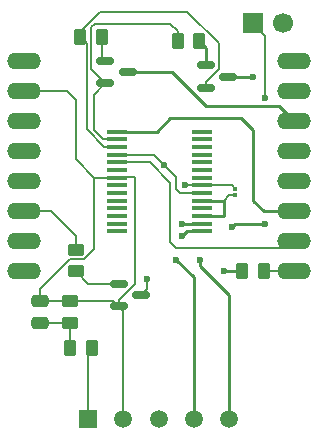
<source format=gtl>
G04 #@! TF.GenerationSoftware,KiCad,Pcbnew,9.0.2*
G04 #@! TF.CreationDate,2025-07-08T18:24:21-03:00*
G04 #@! TF.ProjectId,BottomBoardCam,426f7474-6f6d-4426-9f61-726443616d2e,rev?*
G04 #@! TF.SameCoordinates,Original*
G04 #@! TF.FileFunction,Copper,L1,Top*
G04 #@! TF.FilePolarity,Positive*
%FSLAX46Y46*%
G04 Gerber Fmt 4.6, Leading zero omitted, Abs format (unit mm)*
G04 Created by KiCad (PCBNEW 9.0.2) date 2025-07-08 18:24:21*
%MOMM*%
%LPD*%
G01*
G04 APERTURE LIST*
G04 Aperture macros list*
%AMRoundRect*
0 Rectangle with rounded corners*
0 $1 Rounding radius*
0 $2 $3 $4 $5 $6 $7 $8 $9 X,Y pos of 4 corners*
0 Add a 4 corners polygon primitive as box body*
4,1,4,$2,$3,$4,$5,$6,$7,$8,$9,$2,$3,0*
0 Add four circle primitives for the rounded corners*
1,1,$1+$1,$2,$3*
1,1,$1+$1,$4,$5*
1,1,$1+$1,$6,$7*
1,1,$1+$1,$8,$9*
0 Add four rect primitives between the rounded corners*
20,1,$1+$1,$2,$3,$4,$5,0*
20,1,$1+$1,$4,$5,$6,$7,0*
20,1,$1+$1,$6,$7,$8,$9,0*
20,1,$1+$1,$8,$9,$2,$3,0*%
G04 Aperture macros list end*
G04 #@! TA.AperFunction,SMDPad,CuDef*
%ADD10RoundRect,0.250000X0.475000X-0.250000X0.475000X0.250000X-0.475000X0.250000X-0.475000X-0.250000X0*%
G04 #@! TD*
G04 #@! TA.AperFunction,SMDPad,CuDef*
%ADD11RoundRect,0.250000X-0.450000X0.262500X-0.450000X-0.262500X0.450000X-0.262500X0.450000X0.262500X0*%
G04 #@! TD*
G04 #@! TA.AperFunction,SMDPad,CuDef*
%ADD12RoundRect,0.250000X0.262500X0.450000X-0.262500X0.450000X-0.262500X-0.450000X0.262500X-0.450000X0*%
G04 #@! TD*
G04 #@! TA.AperFunction,ComponentPad*
%ADD13C,1.520000*%
G04 #@! TD*
G04 #@! TA.AperFunction,ComponentPad*
%ADD14R,1.520000X1.520000*%
G04 #@! TD*
G04 #@! TA.AperFunction,SMDPad,CuDef*
%ADD15RoundRect,0.250000X-0.262500X-0.450000X0.262500X-0.450000X0.262500X0.450000X-0.262500X0.450000X0*%
G04 #@! TD*
G04 #@! TA.AperFunction,SMDPad,CuDef*
%ADD16RoundRect,0.150000X-0.587500X-0.150000X0.587500X-0.150000X0.587500X0.150000X-0.587500X0.150000X0*%
G04 #@! TD*
G04 #@! TA.AperFunction,SMDPad,CuDef*
%ADD17RoundRect,0.075000X0.075000X-0.125000X0.075000X0.125000X-0.075000X0.125000X-0.075000X-0.125000X0*%
G04 #@! TD*
G04 #@! TA.AperFunction,SMDPad,CuDef*
%ADD18R,1.750000X0.450000*%
G04 #@! TD*
G04 #@! TA.AperFunction,ComponentPad*
%ADD19R,1.700000X1.700000*%
G04 #@! TD*
G04 #@! TA.AperFunction,ComponentPad*
%ADD20C,1.700000*%
G04 #@! TD*
G04 #@! TA.AperFunction,ComponentPad*
%ADD21O,2.844800X1.422400*%
G04 #@! TD*
G04 #@! TA.AperFunction,ViaPad*
%ADD22C,0.600000*%
G04 #@! TD*
G04 #@! TA.AperFunction,Conductor*
%ADD23C,0.250000*%
G04 #@! TD*
G04 #@! TA.AperFunction,Conductor*
%ADD24C,0.200000*%
G04 #@! TD*
G04 APERTURE END LIST*
D10*
X146500000Y-97900000D03*
X146500000Y-96000000D03*
D11*
X149000000Y-97825000D03*
X149000000Y-96000000D03*
D12*
X149000000Y-100000000D03*
X150825000Y-100000000D03*
D13*
X162500000Y-105960000D03*
X159500000Y-105960000D03*
X156500000Y-105960000D03*
X153500000Y-105960000D03*
D14*
X150500000Y-105960000D03*
D15*
X163587500Y-93500000D03*
X165412500Y-93500000D03*
D16*
X160500000Y-76050000D03*
X160500000Y-77950000D03*
X162375000Y-77000000D03*
D17*
X163000000Y-87025000D03*
X163000000Y-86525000D03*
D15*
X158112500Y-74000000D03*
X159937500Y-74000000D03*
D16*
X153125000Y-94550000D03*
X153125000Y-96450000D03*
X155000000Y-95500000D03*
X152000000Y-75650000D03*
X152000000Y-77550000D03*
X153875000Y-76600000D03*
D15*
X149850000Y-73650000D03*
X151675000Y-73650000D03*
D11*
X149500000Y-91675000D03*
X149500000Y-93500000D03*
D18*
X152970000Y-81655000D03*
X152970000Y-82305000D03*
X152970000Y-82955000D03*
X152970000Y-83605000D03*
X152970000Y-84255000D03*
X152970000Y-84905000D03*
X152970000Y-85555000D03*
X152970000Y-86205000D03*
X152970000Y-86855000D03*
X152970000Y-87505000D03*
X152970000Y-88155000D03*
X152970000Y-88805000D03*
X152970000Y-89455000D03*
X152970000Y-90105000D03*
X160170000Y-90105000D03*
X160170000Y-89455000D03*
X160170000Y-88805000D03*
X160170000Y-88155000D03*
X160170000Y-87505000D03*
X160170000Y-86855000D03*
X160170000Y-86205000D03*
X160170000Y-85555000D03*
X160170000Y-84905000D03*
X160170000Y-84255000D03*
X160170000Y-83605000D03*
X160170000Y-82955000D03*
X160170000Y-82305000D03*
X160170000Y-81655000D03*
D19*
X164460000Y-72500000D03*
D20*
X167000000Y-72500000D03*
D21*
X145140000Y-75720000D03*
X145140000Y-78260000D03*
X145140000Y-80800000D03*
X145140000Y-83340000D03*
X145140000Y-85880000D03*
X145140000Y-88420000D03*
X145140000Y-90960000D03*
X145140000Y-93500000D03*
X168000000Y-93500000D03*
X168000000Y-90960000D03*
X168000000Y-88420000D03*
X168000000Y-85880000D03*
X168000000Y-83340000D03*
X168000000Y-80800000D03*
X168000000Y-78260000D03*
X168000000Y-75720000D03*
D22*
X162750000Y-89750000D03*
X165500000Y-89500000D03*
X165512621Y-78856288D03*
X158500000Y-89500000D03*
X158500000Y-90500000D03*
X160000000Y-92500000D03*
X158000000Y-92500000D03*
X158705000Y-86205000D03*
X164500000Y-77000000D03*
X155487142Y-94155487D03*
X157000000Y-84500000D03*
X162000000Y-93500000D03*
D23*
X163000000Y-89500000D02*
X162750000Y-89750000D01*
X165500000Y-89500000D02*
X163000000Y-89500000D01*
D24*
X165500000Y-73540000D02*
X165500000Y-79000000D01*
X164460000Y-72500000D02*
X165500000Y-73540000D01*
D23*
X158895000Y-90105000D02*
X158500000Y-90500000D01*
X160170000Y-90105000D02*
X158895000Y-90105000D01*
X158545000Y-89455000D02*
X158500000Y-89500000D01*
X160170000Y-89455000D02*
X158545000Y-89455000D01*
X160000000Y-93000000D02*
X160000000Y-92500000D01*
X162500000Y-105960000D02*
X162500000Y-95500000D01*
X162500000Y-95500000D02*
X160000000Y-93000000D01*
X159500000Y-94000000D02*
X158000000Y-92500000D01*
X159500000Y-105960000D02*
X159500000Y-94000000D01*
D24*
X152970000Y-84255000D02*
X155755000Y-84255000D01*
X153500000Y-105960000D02*
X153500000Y-96825000D01*
X153500000Y-96825000D02*
X153125000Y-96450000D01*
X146500000Y-96000000D02*
X146500000Y-95000000D01*
X146500000Y-95000000D02*
X149011500Y-92488500D01*
X150185160Y-92488500D02*
X151055000Y-91618660D01*
X149011500Y-92488500D02*
X150185160Y-92488500D01*
X151055000Y-91618660D02*
X151055000Y-85555000D01*
X149000000Y-96000000D02*
X152675000Y-96000000D01*
X152675000Y-96000000D02*
X153125000Y-96450000D01*
X146500000Y-96000000D02*
X149000000Y-96000000D01*
X149000000Y-97825000D02*
X146575000Y-97825000D01*
X146575000Y-97825000D02*
X146500000Y-97900000D01*
X149000000Y-100000000D02*
X149000000Y-97825000D01*
X150500000Y-105960000D02*
X150500000Y-100325000D01*
X150500000Y-100325000D02*
X150825000Y-100000000D01*
X149500000Y-79000000D02*
X148760000Y-78260000D01*
X153125000Y-95929468D02*
X154500000Y-94554468D01*
X154500000Y-85500000D02*
X153025000Y-85500000D01*
X148760000Y-78260000D02*
X145140000Y-78260000D01*
X163000000Y-86525000D02*
X162680000Y-86205000D01*
X151055000Y-85555000D02*
X149500000Y-84000000D01*
X162680000Y-86205000D02*
X160170000Y-86205000D01*
X152970000Y-85555000D02*
X151055000Y-85555000D01*
X154500000Y-94554468D02*
X154500000Y-85500000D01*
X153025000Y-85500000D02*
X152970000Y-85555000D01*
X153125000Y-96450000D02*
X153125000Y-95929468D01*
X160170000Y-86205000D02*
X158705000Y-86205000D01*
X149500000Y-84000000D02*
X149500000Y-79000000D01*
D23*
X162000000Y-88805000D02*
X162000000Y-87500000D01*
D24*
X163000000Y-87025000D02*
X162475000Y-87025000D01*
X162475000Y-87025000D02*
X162000000Y-87500000D01*
D23*
X161995000Y-87505000D02*
X162000000Y-87500000D01*
X160170000Y-87505000D02*
X161995000Y-87505000D01*
X162000000Y-88805000D02*
X160170000Y-88805000D01*
D24*
X150802000Y-72826340D02*
X150802000Y-76352000D01*
X151000000Y-81492900D02*
X151812100Y-82305000D01*
X151000000Y-81492900D02*
X151000000Y-78550000D01*
X158112500Y-73162500D02*
X157500000Y-72550000D01*
X158112500Y-74000000D02*
X158112500Y-73162500D01*
X150802000Y-76352000D02*
X152000000Y-77550000D01*
X157500000Y-72550000D02*
X151078340Y-72550000D01*
X151812100Y-82305000D02*
X152970000Y-82305000D01*
X152000000Y-77550000D02*
X151000000Y-78550000D01*
X151078340Y-72550000D02*
X150802000Y-72826340D01*
X152000000Y-75650000D02*
X151675000Y-75325000D01*
X151675000Y-75325000D02*
X151675000Y-73650000D01*
D23*
X166700000Y-79500000D02*
X168000000Y-80800000D01*
X153875000Y-76600000D02*
X157600000Y-76600000D01*
X157600000Y-76600000D02*
X160500000Y-79500000D01*
X160500000Y-79500000D02*
X166700000Y-79500000D01*
X160500000Y-76050000D02*
X160500000Y-74562500D01*
X160500000Y-74562500D02*
X159937500Y-74000000D01*
D24*
X151561240Y-71500000D02*
X158936160Y-71500000D01*
X152970000Y-82955000D02*
X151895000Y-82955000D01*
X149850000Y-73650000D02*
X149850000Y-73211240D01*
X150401000Y-74201000D02*
X149850000Y-73650000D01*
X161596532Y-76399000D02*
X160500000Y-77495532D01*
X149850000Y-73211240D02*
X151561240Y-71500000D01*
X161596532Y-74160372D02*
X161596532Y-76399000D01*
X160500000Y-77495532D02*
X160500000Y-77950000D01*
X150401000Y-81461000D02*
X150401000Y-74201000D01*
X151895000Y-82955000D02*
X150401000Y-81461000D01*
X158936160Y-71500000D02*
X161596532Y-74160372D01*
X165412500Y-93500000D02*
X168000000Y-93500000D01*
D23*
X162375000Y-77000000D02*
X164500000Y-77000000D01*
D24*
X150550000Y-94550000D02*
X149500000Y-93500000D01*
X153125000Y-94550000D02*
X150550000Y-94550000D01*
X155000000Y-95500000D02*
X155500000Y-95000000D01*
X155500000Y-95000000D02*
X155500000Y-94000000D01*
X158355000Y-86855000D02*
X160170000Y-86855000D01*
D23*
X163587500Y-93500000D02*
X162000000Y-93500000D01*
D24*
X156105000Y-83605000D02*
X157000000Y-84500000D01*
X158000000Y-86500000D02*
X158355000Y-86855000D01*
X158000000Y-85500000D02*
X158000000Y-86500000D01*
X157000000Y-84500000D02*
X158000000Y-85500000D01*
X152970000Y-83605000D02*
X156105000Y-83605000D01*
X149500000Y-90500000D02*
X147420000Y-88420000D01*
X147420000Y-88420000D02*
X145140000Y-88420000D01*
X149500000Y-91675000D02*
X149500000Y-90500000D01*
D23*
X152970000Y-81655000D02*
X156345000Y-81655000D01*
X164500000Y-81500000D02*
X164500000Y-87500000D01*
X157500000Y-80500000D02*
X163500000Y-80500000D01*
X164500000Y-87500000D02*
X165420000Y-88420000D01*
X163500000Y-80500000D02*
X164500000Y-81500000D01*
X156345000Y-81655000D02*
X157500000Y-80500000D01*
X165420000Y-88420000D02*
X168000000Y-88420000D01*
D24*
X167460000Y-91500000D02*
X168000000Y-90960000D01*
X157500000Y-86000000D02*
X157500000Y-91000000D01*
X157500000Y-91000000D02*
X158000000Y-91500000D01*
X158000000Y-91500000D02*
X167460000Y-91500000D01*
X155755000Y-84255000D02*
X157500000Y-86000000D01*
M02*

</source>
